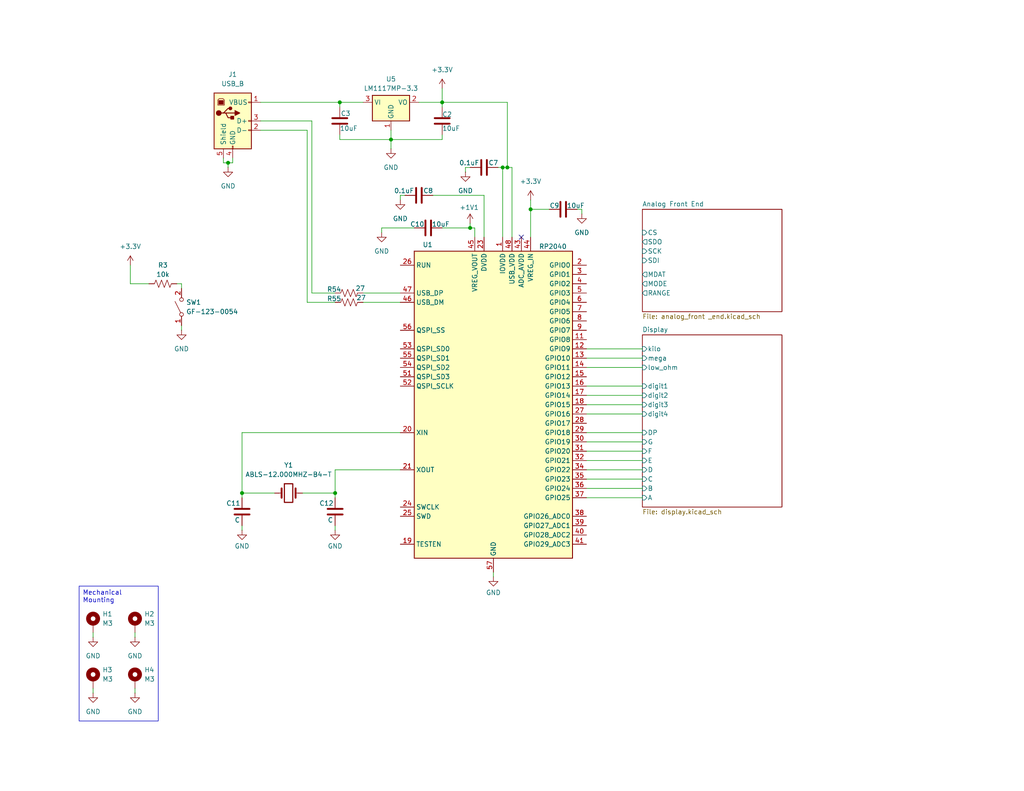
<source format=kicad_sch>
(kicad_sch (version 20231120) (generator "eeschema") (generator_version "8.0")
  (paper "USLetter")
  (title_block (title "Multimeter") (date "2024-03-03") (rev "2"))
  (lib_symbols
    (symbol "Connector:USB_B" (pin_names (offset 1.016))
      (property "Reference" "J" (at -5.08 11.43 0))
      (property "Value" "USB_B" (at -5.08 8.89 0))
      (symbol "USB_B_0_1"
        (rectangle (start -5.08 -7.62) (end 5.08 7.62) (stroke (width 0.254)) (fill (type background)))
        (circle (center -3.81 2.159) (radius 0.635) (stroke (width 0.254)) (fill (type outline)))
        (rectangle (start -3.81 5.588) (end -2.54 4.572) (fill (type outline)))
        (circle (center -0.635 3.429) (radius 0.381) (stroke (width 0.254)) (fill (type outline)))
        (rectangle (start -0.127 -7.62) (end 0.127 -6.858))
        (polyline (pts (xy -1.905 2.159) (xy 0.635 2.159)) (stroke (width 0.254)))
        (polyline (pts (xy -3.175 2.159) (xy -2.54 2.159) (xy -1.27 3.429) (xy -0.635 3.429)) (stroke (width 0.254)))
        (polyline (pts (xy -2.54 2.159) (xy -1.905 2.159) (xy -1.27 0.889) (xy 0 0.889)) (stroke (width 0.254)))
        (polyline (pts (xy 0.635 2.794) (xy 0.635 1.524) (xy 1.905 2.159) (xy 0.635 2.794)) (stroke (width 0.254)) (fill (type outline)))
        (polyline (pts (xy -4.064 4.318) (xy -2.286 4.318) (xy -2.286 5.715) (xy -2.667 6.096) (xy -3.683 6.096) (xy -4.064 5.715) (xy -4.064 4.318)))
        (rectangle (start 0.254 1.27) (end -0.508 0.508) (stroke (width 0.254)) (fill (type outline)))
        (rectangle (start 5.08 -2.667) (end 4.318 -2.413))
        (rectangle (start 5.08 -0.127) (end 4.318 0.127))
        (rectangle (start 5.08 4.953) (end 4.318 5.207))
      )
      (symbol "USB_B_1_1"
        (pin power_out line (at 7.62 5.08 180) (length 2.54) (name "VBUS") (number "1"))
        (pin bidirectional line (at 7.62 -2.54 180) (length 2.54) (name "D-") (number "2"))
        (pin bidirectional line (at 7.62 0 180) (length 2.54) (name "D+") (number "3"))
        (pin power_out line (at 0 -10.16 90) (length 2.54) (name "GND") (number "4"))
        (pin passive line (at -2.54 -10.16 90) (length 2.54) (name "Shield") (number "5"))
      )
    )
    (symbol "Device:C" (pin_numbers hide) (pin_names (offset 0.254))
      (property "Reference" "C" (at 0.635 2.54 0))
      (property "Value" "C" (at 0.635 -2.54 0))
      (symbol "C_0_1"
        (polyline (pts (xy -2.032 -0.762) (xy 2.032 -0.762)) (stroke (width 0.508)))
        (polyline (pts (xy -2.032 0.762) (xy 2.032 0.762)) (stroke (width 0.508)))
      )
      (symbol "C_1_1"
        (pin passive line (at 0 3.81 270) (length 2.794) (name "~") (number "1"))
        (pin passive line (at 0 -3.81 90) (length 2.794) (name "~") (number "2"))
      )
    )
    (symbol "Device:Crystal" (pin_numbers hide) (pin_names (offset 1.016) hide)
      (property "Reference" "Y" (at 0 3.81 0))
      (property "Value" "Crystal" (at 0 -3.81 0))
      (symbol "Crystal_0_1"
        (rectangle (start -1.143 2.54) (end 1.143 -2.54) (stroke (width 0.3048)))
        (polyline (pts (xy -2.54 0) (xy -1.905 0)))
        (polyline (pts (xy -1.905 -1.27) (xy -1.905 1.27)) (stroke (width 0.508)))
        (polyline (pts (xy 1.905 -1.27) (xy 1.905 1.27)) (stroke (width 0.508)))
        (polyline (pts (xy 2.54 0) (xy 1.905 0)))
      )
      (symbol "Crystal_1_1"
        (pin passive line (at -3.81 0 0) (length 1.27) (name "1") (number "1"))
        (pin passive line (at 3.81 0 180) (length 1.27) (name "2") (number "2"))
      )
    )
    (symbol "Device:R_US" (pin_numbers hide) (pin_names (offset 0))
      (property "Reference" "R" (at 2.54 0 90))
      (property "Value" "R_US" (at -2.54 0 90))
      (symbol "R_US_0_1"
        (polyline (pts (xy 0 -2.286) (xy 0 -2.54)))
        (polyline (pts (xy 0 2.286) (xy 0 2.54)))
        (polyline (pts (xy 0 -0.762) (xy 1.016 -1.143) (xy 0 -1.524) (xy -1.016 -1.905) (xy 0 -2.286)))
        (polyline (pts (xy 0 0.762) (xy 1.016 0.381) (xy 0 0) (xy -1.016 -0.381) (xy 0 -0.762)))
        (polyline (pts (xy 0 2.286) (xy 1.016 1.905) (xy 0 1.524) (xy -1.016 1.143) (xy 0 0.762)))
      )
      (symbol "R_US_1_1"
        (pin passive line (at 0 3.81 270) (length 1.27) (name "~") (number "1"))
        (pin passive line (at 0 -3.81 90) (length 1.27) (name "~") (number "2"))
      )
    )
    (symbol "MCU_RaspberryPi:RP2040"
      (property "Reference" "U" (at 17.78 45.72 0))
      (property "Value" "RP2040" (at 17.78 43.18 0))
      (symbol "RP2040_0_1"
        (rectangle (start -21.59 41.91) (end 21.59 -41.91) (stroke (width 0.254)) (fill (type background)))
      )
      (symbol "RP2040_1_1"
        (pin power_in line (at 2.54 45.72 270) (length 3.81) (name "IOVDD") (number "1"))
        (pin passive line (at 2.54 45.72 270) (length 3.81) hide (name "IOVDD") (number "10"))
        (pin bidirectional line (at 25.4 17.78 180) (length 3.81) (name "GPIO8") (number "11"))
        (pin bidirectional line (at 25.4 15.24 180) (length 3.81) (name "GPIO9") (number "12"))
        (pin bidirectional line (at 25.4 12.7 180) (length 3.81) (name "GPIO10") (number "13"))
        (pin bidirectional line (at 25.4 10.16 180) (length 3.81) (name "GPIO11") (number "14"))
        (pin bidirectional line (at 25.4 7.62 180) (length 3.81) (name "GPIO12") (number "15"))
        (pin bidirectional line (at 25.4 5.08 180) (length 3.81) (name "GPIO13") (number "16"))
        (pin bidirectional line (at 25.4 2.54 180) (length 3.81) (name "GPIO14") (number "17"))
        (pin bidirectional line (at 25.4 0 180) (length 3.81) (name "GPIO15") (number "18"))
        (pin input line (at -25.4 -38.1 0) (length 3.81) (name "TESTEN") (number "19"))
        (pin bidirectional line (at 25.4 38.1 180) (length 3.81) (name "GPIO0") (number "2"))
        (pin input line (at -25.4 -7.62 0) (length 3.81) (name "XIN") (number "20"))
        (pin passive line (at -25.4 -17.78 0) (length 3.81) (name "XOUT") (number "21"))
        (pin passive line (at 2.54 45.72 270) (length 3.81) hide (name "IOVDD") (number "22"))
        (pin power_in line (at -2.54 45.72 270) (length 3.81) (name "DVDD") (number "23"))
        (pin input line (at -25.4 -27.94 0) (length 3.81) (name "SWCLK") (number "24"))
        (pin bidirectional line (at -25.4 -30.48 0) (length 3.81) (name "SWD") (number "25"))
        (pin input line (at -25.4 38.1 0) (length 3.81) (name "RUN") (number "26"))
        (pin bidirectional line (at 25.4 -2.54 180) (length 3.81) (name "GPIO16") (number "27"))
        (pin bidirectional line (at 25.4 -5.08 180) (length 3.81) (name "GPIO17") (number "28"))
        (pin bidirectional line (at 25.4 -7.62 180) (length 3.81) (name "GPIO18") (number "29"))
        (pin bidirectional line (at 25.4 35.56 180) (length 3.81) (name "GPIO1") (number "3"))
        (pin bidirectional line (at 25.4 -10.16 180) (length 3.81) (name "GPIO19") (number "30"))
        (pin bidirectional line (at 25.4 -12.7 180) (length 3.81) (name "GPIO20") (number "31"))
        (pin bidirectional line (at 25.4 -15.24 180) (length 3.81) (name "GPIO21") (number "32"))
        (pin passive line (at 2.54 45.72 270) (length 3.81) hide (name "IOVDD") (number "33"))
        (pin bidirectional line (at 25.4 -17.78 180) (length 3.81) (name "GPIO22") (number "34"))
        (pin bidirectional line (at 25.4 -20.32 180) (length 3.81) (name "GPIO23") (number "35"))
        (pin bidirectional line (at 25.4 -22.86 180) (length 3.81) (name "GPIO24") (number "36"))
        (pin bidirectional line (at 25.4 -25.4 180) (length 3.81) (name "GPIO25") (number "37"))
        (pin bidirectional line (at 25.4 -30.48 180) (length 3.81) (name "GPIO26_ADC0") (number "38"))
        (pin bidirectional line (at 25.4 -33.02 180) (length 3.81) (name "GPIO27_ADC1") (number "39"))
        (pin bidirectional line (at 25.4 33.02 180) (length 3.81) (name "GPIO2") (number "4"))
        (pin bidirectional line (at 25.4 -35.56 180) (length 3.81) (name "GPIO28_ADC2") (number "40"))
        (pin bidirectional line (at 25.4 -38.1 180) (length 3.81) (name "GPIO29_ADC3") (number "41"))
        (pin passive line (at 2.54 45.72 270) (length 3.81) hide (name "IOVDD") (number "42"))
        (pin power_in line (at 7.62 45.72 270) (length 3.81) (name "ADC_AVDD") (number "43"))
        (pin power_in line (at 10.16 45.72 270) (length 3.81) (name "VREG_IN") (number "44"))
        (pin power_out line (at -5.08 45.72 270) (length 3.81) (name "VREG_VOUT") (number "45"))
        (pin bidirectional line (at -25.4 27.94 0) (length 3.81) (name "USB_DM") (number "46"))
        (pin bidirectional line (at -25.4 30.48 0) (length 3.81) (name "USB_DP") (number "47"))
        (pin power_in line (at 5.08 45.72 270) (length 3.81) (name "USB_VDD") (number "48"))
        (pin passive line (at 2.54 45.72 270) (length 3.81) hide (name "IOVDD") (number "49"))
        (pin bidirectional line (at 25.4 30.48 180) (length 3.81) (name "GPIO3") (number "5"))
        (pin passive line (at -2.54 45.72 270) (length 3.81) hide (name "DVDD") (number "50"))
        (pin bidirectional line (at -25.4 7.62 0) (length 3.81) (name "QSPI_SD3") (number "51"))
        (pin output line (at -25.4 5.08 0) (length 3.81) (name "QSPI_SCLK") (number "52"))
        (pin bidirectional line (at -25.4 15.24 0) (length 3.81) (name "QSPI_SD0") (number "53"))
        (pin bidirectional line (at -25.4 10.16 0) (length 3.81) (name "QSPI_SD2") (number "54"))
        (pin bidirectional line (at -25.4 12.7 0) (length 3.81) (name "QSPI_SD1") (number "55"))
        (pin bidirectional line (at -25.4 20.32 0) (length 3.81) (name "QSPI_SS") (number "56"))
        (pin power_in line (at 0 -45.72 90) (length 3.81) (name "GND") (number "57"))
        (pin bidirectional line (at 25.4 27.94 180) (length 3.81) (name "GPIO4") (number "6"))
        (pin bidirectional line (at 25.4 25.4 180) (length 3.81) (name "GPIO5") (number "7"))
        (pin bidirectional line (at 25.4 22.86 180) (length 3.81) (name "GPIO6") (number "8"))
        (pin bidirectional line (at 25.4 20.32 180) (length 3.81) (name "GPIO7") (number "9"))
      )
    )
    (symbol "Mechanical:MountingHole_Pad" (pin_numbers hide) (pin_names (offset 1.016) hide)
      (property "Reference" "H" (at 0 6.35 0))
      (property "Value" "MountingHole_Pad" (at 0 4.445 0))
      (symbol "MountingHole_Pad_0_1"
        (circle (center 0 1.27) (radius 1.27) (stroke (width 1.27)))
      )
      (symbol "MountingHole_Pad_1_1"
        (pin input line (at 0 -2.54 90) (length 2.54) (name "1") (number "1"))
      )
    )
    (symbol "Regulator_Linear:LM1117MP-3.3"
      (property "Reference" "U" (at -3.81 3.175 0))
      (property "Value" "LM1117MP-3.3" (at 0 3.175 0))
      (symbol "LM1117MP-3.3_0_1"
        (rectangle (start -5.08 -5.08) (end 5.08 1.905) (stroke (width 0.254)) (fill (type background)))
      )
      (symbol "LM1117MP-3.3_1_1"
        (pin power_in line (at 0 -7.62 90) (length 2.54) (name "GND") (number "1"))
        (pin power_out line (at 7.62 0 180) (length 2.54) (name "VO") (number "2"))
        (pin power_in line (at -7.62 0 0) (length 2.54) (name "VI") (number "3"))
      )
    )
    (symbol "Switch:SW_SPST" (pin_names (offset 0) hide)
      (property "Reference" "SW" (at 0 3.175 0))
      (property "Value" "SW_SPST" (at 0 -2.54 0))
      (symbol "SW_SPST_0_0"
        (circle (center -2.032 0) (radius 0.508))
        (polyline (pts (xy -1.524 0.254) (xy 1.524 1.778)))
        (circle (center 2.032 0) (radius 0.508))
      )
      (symbol "SW_SPST_1_1"
        (pin passive line (at -5.08 0 0) (length 2.54) (name "A") (number "1"))
        (pin passive line (at 5.08 0 180) (length 2.54) (name "B") (number "2"))
      )
    )
    (symbol "power:+1V1" (power) (pin_numbers hide) (pin_names (offset 0) hide)
      (property "Value" "+1V1" (at 0 3.556 0))
      (symbol "+1V1_0_1"
        (polyline (pts (xy -0.762 1.27) (xy 0 2.54)))
        (polyline (pts (xy 0 0) (xy 0 2.54)))
        (polyline (pts (xy 0 2.54) (xy 0.762 1.27)))
      )
      (symbol "+1V1_1_1"
        (pin power_in line (at 0 0 90) (length 0) (name "~") (number "1"))
      )
    )
    (symbol "power:+3.3V" (power) (pin_numbers hide) (pin_names (offset 0) hide)
      (property "Value" "+3.3V" (at 0 3.556 0))
      (symbol "+3.3V_0_1"
        (polyline (pts (xy -0.762 1.27) (xy 0 2.54)))
        (polyline (pts (xy 0 0) (xy 0 2.54)))
        (polyline (pts (xy 0 2.54) (xy 0.762 1.27)))
      )
      (symbol "+3.3V_1_1"
        (pin power_in line (at 0 0 90) (length 0) (name "~") (number "1"))
      )
    )
    (symbol "power:GND" (power) (pin_numbers hide) (pin_names (offset 0) hide)
      (property "Value" "GND" (at 0 -3.81 0))
      (symbol "GND_0_1"
        (polyline (pts (xy 0 0) (xy 0 -1.27) (xy 1.27 -1.27) (xy 0 -2.54) (xy -1.27 -1.27) (xy 0 -1.27)))
      )
      (symbol "GND_1_1"
        (pin power_in line (at 0 0 270) (length 0) (name "~") (number "1"))
      )
    )
  )
  (junction (at 144.78 57.15))
  (junction (at 137.16 45.72))
  (junction (at 128.27 62.23))
  (junction (at 120.65 27.94))
  (junction (at 66.04 134.62))
  (junction (at 62.23 44.45))
  (junction (at 106.68 38.1))
  (junction (at 138.43 45.72))
  (junction (at 92.71 27.94))
  (junction (at 91.44 134.62))
  (no_connect (at 142.24 64.77))
  (wire (pts (xy 132.08 53.34) (xy 132.08 64.77)))
  (wire (pts (xy 106.68 35.56) (xy 106.68 38.1)))
  (wire (pts (xy 106.68 38.1) (xy 106.68 40.64)))
  (wire (pts (xy 129.54 62.23) (xy 128.27 62.23)))
  (wire (pts (xy 35.56 72.39) (xy 35.56 77.47)))
  (wire (pts (xy 128.27 62.23) (xy 120.65 62.23)))
  (wire (pts (xy 120.65 38.1) (xy 120.65 36.83)))
  (wire (pts (xy 49.53 88.9) (xy 49.53 90.17)))
  (wire (pts (xy 36.83 172.72) (xy 36.83 173.99)))
  (wire (pts (xy 129.54 62.23) (xy 129.54 64.77)))
  (wire (pts (xy 128.27 45.72) (xy 127 45.72)))
  (wire (pts (xy 25.4 187.96) (xy 25.4 189.23)))
  (wire (pts (xy 144.78 54.61) (xy 144.78 57.15)))
  (wire (pts (xy 91.44 143.51) (xy 91.44 144.78)))
  (wire (pts (xy 160.02 118.11) (xy 175.26 118.11)))
  (wire (pts (xy 137.16 45.72) (xy 137.16 64.77)))
  (wire (pts (xy 134.62 156.21) (xy 134.62 157.48)))
  (wire (pts (xy 109.22 54.61) (xy 109.22 53.34)))
  (wire (pts (xy 127 45.72) (xy 127 46.99)))
  (wire (pts (xy 160.02 105.41) (xy 175.26 105.41)))
  (wire (pts (xy 49.53 77.47) (xy 49.53 78.74)))
  (wire (pts (xy 160.02 113.03) (xy 175.26 113.03)))
  (wire (pts (xy 160.02 135.89) (xy 175.26 135.89)))
  (wire (pts (xy 62.23 44.45) (xy 62.23 45.72)))
  (wire (pts (xy 160.02 123.19) (xy 175.26 123.19)))
  (wire (pts (xy 85.09 33.02) (xy 85.09 80.01)))
  (wire (pts (xy 99.06 80.01) (xy 109.22 80.01)))
  (wire (pts (xy 137.16 45.72) (xy 138.43 45.72)))
  (wire (pts (xy 66.04 143.51) (xy 66.04 144.78)))
  (wire (pts (xy 128.27 60.96) (xy 128.27 62.23)))
  (wire (pts (xy 160.02 133.35) (xy 175.26 133.35)))
  (wire (pts (xy 91.44 128.27) (xy 91.44 134.62)))
  (wire (pts (xy 135.89 45.72) (xy 137.16 45.72)))
  (wire (pts (xy 120.65 27.94) (xy 120.65 29.21)))
  (wire (pts (xy 160.02 128.27) (xy 175.26 128.27)))
  (wire (pts (xy 92.71 27.94) (xy 99.06 27.94)))
  (wire (pts (xy 160.02 110.49) (xy 175.26 110.49)))
  (wire (pts (xy 83.82 82.55) (xy 83.82 35.56)))
  (wire (pts (xy 113.03 62.23) (xy 104.14 62.23)))
  (wire (pts (xy 144.78 57.15) (xy 144.78 64.77)))
  (wire (pts (xy 85.09 80.01) (xy 91.44 80.01)))
  (wire (pts (xy 118.11 53.34) (xy 132.08 53.34)))
  (wire (pts (xy 144.78 57.15) (xy 149.86 57.15)))
  (wire (pts (xy 99.06 82.55) (xy 109.22 82.55)))
  (wire (pts (xy 160.02 107.95) (xy 175.26 107.95)))
  (wire (pts (xy 66.04 134.62) (xy 66.04 135.89)))
  (wire (pts (xy 160.02 95.25) (xy 175.26 95.25)))
  (wire (pts (xy 35.56 77.47) (xy 40.64 77.47)))
  (wire (pts (xy 60.96 44.45) (xy 62.23 44.45)))
  (wire (pts (xy 139.7 45.72) (xy 139.7 64.77)))
  (wire (pts (xy 92.71 29.21) (xy 92.71 27.94)))
  (wire (pts (xy 82.55 134.62) (xy 91.44 134.62)))
  (wire (pts (xy 48.26 77.47) (xy 49.53 77.47)))
  (wire (pts (xy 66.04 118.11) (xy 109.22 118.11)))
  (wire (pts (xy 106.68 38.1) (xy 120.65 38.1)))
  (wire (pts (xy 60.96 43.18) (xy 60.96 44.45)))
  (wire (pts (xy 138.43 45.72) (xy 139.7 45.72)))
  (wire (pts (xy 160.02 120.65) (xy 175.26 120.65)))
  (wire (pts (xy 160.02 100.33) (xy 175.26 100.33)))
  (wire (pts (xy 71.12 33.02) (xy 85.09 33.02)))
  (wire (pts (xy 138.43 27.94) (xy 120.65 27.94)))
  (wire (pts (xy 83.82 35.56) (xy 71.12 35.56)))
  (wire (pts (xy 160.02 125.73) (xy 175.26 125.73)))
  (wire (pts (xy 114.3 27.94) (xy 120.65 27.94)))
  (wire (pts (xy 74.93 134.62) (xy 66.04 134.62)))
  (wire (pts (xy 91.44 134.62) (xy 91.44 135.89)))
  (wire (pts (xy 36.83 187.96) (xy 36.83 189.23)))
  (wire (pts (xy 120.65 24.13) (xy 120.65 27.94)))
  (wire (pts (xy 71.12 27.94) (xy 92.71 27.94)))
  (wire (pts (xy 25.4 172.72) (xy 25.4 173.99)))
  (wire (pts (xy 109.22 53.34) (xy 110.49 53.34)))
  (wire (pts (xy 66.04 134.62) (xy 66.04 118.11)))
  (wire (pts (xy 109.22 128.27) (xy 91.44 128.27)))
  (wire (pts (xy 160.02 97.79) (xy 175.26 97.79)))
  (wire (pts (xy 63.5 43.18) (xy 63.5 44.45)))
  (wire (pts (xy 158.75 57.15) (xy 158.75 58.42)))
  (wire (pts (xy 92.71 38.1) (xy 106.68 38.1)))
  (wire (pts (xy 160.02 130.81) (xy 175.26 130.81)))
  (wire (pts (xy 138.43 45.72) (xy 138.43 27.94)))
  (wire (pts (xy 91.44 82.55) (xy 83.82 82.55)))
  (wire (pts (xy 104.14 62.23) (xy 104.14 63.5)))
  (wire (pts (xy 62.23 44.45) (xy 63.5 44.45)))
  (wire (pts (xy 157.48 57.15) (xy 158.75 57.15)))
  (wire (pts (xy 92.71 36.83) (xy 92.71 38.1)))
  (text_box "Mechanical Mounting" (at 21.59 160.02 0) (size 21.59 36.83) (effects (font (size 1.27 1.27)) (justify left top)))
  (symbol (lib_id "MCU_RaspberryPi:RP2040") (at 134.62 110.49 0) (unit 1)
    (property "Reference" "U1" (at 115.316 66.802 0) (effects (justify left)))
    (property "Value" "RP2040" (at 147.066 67.31 0) (effects (justify left)))
    (property "Footprint" "Package_DFN_QFN:QFN-56-1EP_7x7mm_P0.4mm_EP3.2x3.2mm" (effects (hide yes)))
    (property "Datasheet" "https://datasheets.raspberrypi.com/rp2040/rp2040-datasheet.pdf" (effects (hide yes)))
    (property "Description" "A microcontroller by Raspberry Pi" (effects (hide yes)))
  )
  (symbol (lib_id "Mechanical:MountingHole_Pad") (at 36.83 170.18 0) (unit 1)
    (property "Reference" "H2" (at 39.37 167.64 0) (effects (justify left)))
    (property "Value" "M3" (at 39.37 170.18 0) (effects (justify left)))
    (property "Footprint" "MountingHole:MountingHole_2.7mm_Pad_Via" (effects (hide yes)))
    (property "Description" "Mounting Hole with connection" (effects (hide yes)))
  )
  (symbol (lib_id "power:GND") (at 106.68 40.64 0) (unit 1)
    (property "Reference" "#PWR05" (effects (hide yes)))
    (property "Value" "GND" (at 106.68 45.72 0))
    (property "Description" "Power symbol creates a global label with name \"GND\" , ground" (effects (hide yes)))
  )
  (symbol (lib_id "power:+3.3V") (at 35.56 72.39 0) (unit 1)
    (property "Reference" "#PWR043" (effects (hide yes)))
    (property "Value" "+3.3V" (at 35.56 67.31 0))
    (property "Description" "Power symbol creates a global label with name \"+3.3V\"" (effects (hide yes)))
  )
  (symbol (lib_id "Device:C") (at 153.67 57.15 90) (unit 1)
    (property "Reference" "C9" (at 152.654 56.134 90) (effects (justify left)))
    (property "Value" "10uF" (at 159.512 56.134 90) (effects (justify left)))
    (property "Description" "Unpolarized capacitor" (effects (hide yes)))
  )
  (symbol (lib_id "power:GND") (at 36.83 173.99 0) (unit 1)
    (property "Reference" "#PWR014" (effects (hide yes)))
    (property "Value" "GND" (at 36.83 179.07 0))
    (property "Description" "Power symbol creates a global label with name \"GND\" , ground" (effects (hide yes)))
  )
  (symbol (lib_id "Device:C") (at 92.71 33.02 0) (unit 1)
    (property "Reference" "C3" (at 92.964 30.988 0) (effects (justify left)))
    (property "Value" "10uF" (at 92.71 35.052 0) (effects (justify left)))
    (property "Description" "Unpolarized capacitor" (effects (hide yes)))
  )
  (symbol (lib_id "power:GND") (at 62.23 45.72 0) (unit 1)
    (property "Reference" "#PWR04" (effects (hide yes)))
    (property "Value" "GND" (at 62.23 50.8 0))
    (property "Description" "Power symbol creates a global label with name \"GND\" , ground" (effects (hide yes)))
  )
  (symbol (lib_id "Device:R_US") (at 95.25 82.55 90) (unit 1)
    (property "Reference" "R55" (at 91.186 81.534 90))
    (property "Value" "27" (at 98.552 81.28 90))
    (property "Description" "Resistor, US symbol" (effects (hide yes)))
  )
  (symbol (lib_id "Device:C") (at 66.04 139.7 0) (unit 1)
    (property "Reference" "C11" (at 61.722 137.414 0) (effects (justify left)))
    (property "Value" "C" (at 64.008 141.986 0) (effects (justify left)))
    (property "Description" "Unpolarized capacitor" (effects (hide yes)))
  )
  (symbol (lib_id "power:+3.3V") (at 144.78 54.61 0) (unit 1)
    (property "Reference" "#PWR044" (effects (hide yes)))
    (property "Value" "+3.3V" (at 144.78 49.53 0))
    (property "Description" "Power symbol creates a global label with name \"+3.3V\"" (effects (hide yes)))
  )
  (symbol (lib_id "Device:C") (at 116.84 62.23 90) (unit 1)
    (property "Reference" "C10" (at 115.824 61.214 90) (effects (justify left)))
    (property "Value" "10uF" (at 122.682 61.214 90) (effects (justify left)))
    (property "Description" "Unpolarized capacitor" (effects (hide yes)))
  )
  (symbol (lib_id "Device:C") (at 120.65 33.02 0) (unit 1)
    (property "Reference" "C2" (at 120.65 31.242 0) (effects (justify left)))
    (property "Value" "10uF" (at 120.65 35.052 0) (effects (justify left)))
    (property "Description" "Unpolarized capacitor" (effects (hide yes)))
  )
  (symbol (lib_id "power:GND") (at 134.62 157.48 0) (unit 1)
    (property "Reference" "#PWR03" (effects (hide yes)))
    (property "Value" "GND" (at 134.62 161.798 0))
    (property "Description" "Power symbol creates a global label with name \"GND\" , ground" (effects (hide yes)))
  )
  (symbol (lib_id "Regulator_Linear:LM1117MP-3.3") (at 106.68 27.94 0) (unit 1)
    (property "Reference" "U5" (at 106.68 21.59 0))
    (property "Value" "LM1117MP-3.3" (at 106.68 24.13 0))
    (property "Footprint" "Package_TO_SOT_SMD:SOT-223-3_TabPin2" (effects (hide yes)))
    (property "Datasheet" "http://www.ti.com/lit/ds/symlink/lm1117.pdf" (effects (hide yes)))
    (property "Description" "800mA Low-Dropout Linear Regulator, 3.3V fixed output, SOT-223" (effects (hide yes)))
  )
  (symbol (lib_id "Device:R_US") (at 95.25 80.01 90) (unit 1)
    (property "Reference" "R54" (at 91.186 78.994 90))
    (property "Value" "27" (at 98.298 78.74 90))
    (property "Description" "Resistor, US symbol" (effects (hide yes)))
  )
  (symbol (lib_id "power:GND") (at 36.83 189.23 0) (unit 1)
    (property "Reference" "#PWR038" (effects (hide yes)))
    (property "Value" "GND" (at 36.83 194.31 0))
    (property "Description" "Power symbol creates a global label with name \"GND\" , ground" (effects (hide yes)))
  )
  (symbol (lib_id "Mechanical:MountingHole_Pad") (at 36.83 185.42 0) (unit 1)
    (property "Reference" "H4" (at 39.37 182.88 0) (effects (justify left)))
    (property "Value" "M3" (at 39.37 185.42 0) (effects (justify left)))
    (property "Footprint" "MountingHole:MountingHole_2.7mm_Pad_Via" (effects (hide yes)))
    (property "Description" "Mounting Hole with connection" (effects (hide yes)))
  )
  (symbol (lib_id "Device:C") (at 114.3 53.34 90) (unit 1)
    (property "Reference" "C8" (at 116.84 52.07 90))
    (property "Value" "0.1uF" (at 110.236 52.07 90))
    (property "Description" "Unpolarized capacitor" (effects (hide yes)))
  )
  (symbol (lib_id "power:GND") (at 91.44 144.78 0) (unit 1)
    (property "Reference" "#PWR049" (effects (hide yes)))
    (property "Value" "GND" (at 91.44 149.098 0))
    (property "Description" "Power symbol creates a global label with name \"GND\" , ground" (effects (hide yes)))
  )
  (symbol (lib_id "power:GND") (at 49.53 90.17 0) (unit 1)
    (property "Reference" "#PWR042" (effects (hide yes)))
    (property "Value" "GND" (at 49.53 95.25 0))
    (property "Description" "Power symbol creates a global label with name \"GND\" , ground" (effects (hide yes)))
  )
  (symbol (lib_id "power:GND") (at 66.04 144.78 0) (unit 1)
    (property "Reference" "#PWR048" (effects (hide yes)))
    (property "Value" "GND" (at 66.04 149.098 0))
    (property "Description" "Power symbol creates a global label with name \"GND\" , ground" (effects (hide yes)))
  )
  (symbol (lib_id "Mechanical:MountingHole_Pad") (at 25.4 170.18 0) (unit 1)
    (property "Reference" "H1" (at 27.94 167.64 0) (effects (justify left)))
    (property "Value" "M3" (at 27.94 170.18 0) (effects (justify left)))
    (property "Footprint" "MountingHole:MountingHole_2.7mm_Pad_Via" (effects (hide yes)))
    (property "Description" "Mounting Hole with connection" (effects (hide yes)))
  )
  (symbol (lib_id "power:GND") (at 25.4 173.99 0) (unit 1)
    (property "Reference" "#PWR013" (effects (hide yes)))
    (property "Value" "GND" (at 25.4 179.07 0))
    (property "Description" "Power symbol creates a global label with name \"GND\" , ground" (effects (hide yes)))
  )
  (symbol (lib_id "power:GND") (at 104.14 63.5 0) (unit 1)
    (property "Reference" "#PWR046" (effects (hide yes)))
    (property "Value" "GND" (at 104.14 68.58 0))
    (property "Description" "Power symbol creates a global label with name \"GND\" , ground" (effects (hide yes)))
  )
  (symbol (lib_id "power:GND") (at 25.4 189.23 0) (unit 1)
    (property "Reference" "#PWR015" (effects (hide yes)))
    (property "Value" "GND" (at 25.4 194.31 0))
    (property "Description" "Power symbol creates a global label with name \"GND\" , ground" (effects (hide yes)))
  )
  (symbol (lib_id "Device:C") (at 91.44 139.7 0) (unit 1)
    (property "Reference" "C12" (at 87.122 137.414 0) (effects (justify left)))
    (property "Value" "C" (at 89.408 141.986 0) (effects (justify left)))
    (property "Description" "Unpolarized capacitor" (effects (hide yes)))
  )
  (symbol (lib_id "power:GND") (at 109.22 54.61 0) (unit 1)
    (property "Reference" "#PWR030" (effects (hide yes)))
    (property "Value" "GND" (at 109.22 59.69 0))
    (property "Description" "Power symbol creates a global label with name \"GND\" , ground" (effects (hide yes)))
  )
  (symbol (lib_id "power:GND") (at 127 46.99 0) (unit 1)
    (property "Reference" "#PWR028" (effects (hide yes)))
    (property "Value" "GND" (at 127 52.07 0))
    (property "Description" "Power symbol creates a global label with name \"GND\" , ground" (effects (hide yes)))
  )
  (symbol (lib_id "Mechanical:MountingHole_Pad") (at 25.4 185.42 0) (unit 1)
    (property "Reference" "H3" (at 27.94 182.88 0) (effects (justify left)))
    (property "Value" "M3" (at 27.94 185.42 0) (effects (justify left)))
    (property "Footprint" "MountingHole:MountingHole_2.7mm_Pad_Via" (effects (hide yes)))
    (property "Description" "Mounting Hole with connection" (effects (hide yes)))
  )
  (symbol (lib_id "Device:C") (at 132.08 45.72 90) (unit 1)
    (property "Reference" "C7" (at 134.62 44.45 90))
    (property "Value" "0.1uF" (at 128.016 44.45 90))
    (property "Description" "Unpolarized capacitor" (effects (hide yes)))
  )
  (symbol (lib_id "power:+1V1") (at 128.27 60.96 0) (unit 1)
    (property "Reference" "#PWR047" (effects (hide yes)))
    (property "Value" "+1V1" (at 128.016 56.642 0))
    (property "Description" "Power symbol creates a global label with name \"+1V1\"" (effects (hide yes)))
  )
  (symbol (lib_id "power:+3.3V") (at 120.65 24.13 0) (unit 1)
    (property "Reference" "#PWR010" (effects (hide yes)))
    (property "Value" "+3.3V" (at 120.65 19.05 0))
    (property "Description" "Power symbol creates a global label with name \"+3.3V\"" (effects (hide yes)))
  )
  (symbol (lib_id "power:GND") (at 158.75 58.42 0) (unit 1)
    (property "Reference" "#PWR045" (effects (hide yes)))
    (property "Value" "GND" (at 158.75 63.5 0))
    (property "Description" "Power symbol creates a global label with name \"GND\" , ground" (effects (hide yes)))
  )
  (symbol (lib_id "Device:Crystal") (at 78.74 134.62 0) (unit 1)
    (property "Reference" "Y1" (at 78.74 127 0))
    (property "Value" "ABLS-12.000MHZ-B4-T" (at 78.74 129.54 0))
    (property "Description" "Two pin crystal" (effects (hide yes)))
  )
  (symbol (lib_id "Switch:SW_SPST") (at 49.53 83.82 90) (unit 1)
    (property "Reference" "SW1" (at 50.8 82.5499 90) (effects (justify right)))
    (property "Value" "GF-123-0054" (at 50.8 85.0899 90) (effects (justify right)))
    (property "Footprint" "Multimeter:SW_GF-123-0054" (effects (hide yes)))
    (property "Description" "Single Pole Single Throw (SPST) switch" (effects (hide yes)))
    (property "Digikey Part #" "CWI333-ND" (effects (hide yes)))
    (property "Part #" "GF-123-0054" (effects (hide yes)))
    (property "Unit Price" "1.5" (effects (hide yes)))
  )
  (symbol (lib_id "Connector:USB_B") (at 63.5 33.02 0) (unit 1)
    (property "Reference" "J1" (at 63.5 20.32 0))
    (property "Value" "USB_B" (at 63.5 22.86 0))
    (property "Description" "USB Type B connector" (effects (hide yes)))
  )
  (symbol (lib_id "Device:R_US") (at 44.45 77.47 90) (unit 1)
    (property "Reference" "R3" (at 44.45 72.39 90))
    (property "Value" "10k" (at 44.45 74.93 90))
    (property "Footprint" "Capacitor_SMD:C_0805_2012Metric_Pad1.18x1.45mm_HandSolder" (effects (hide yes)))
    (property "Description" "Resistor, US symbol" (effects (hide yes)))
    (property "Digikey Part #" "RMCF0805FT10K0CT-ND" (effects (hide yes)))
    (property "Part #" "RMCF0805FT10K0" (effects (hide yes)))
    (property "Unit Price" "0.1" (effects (hide yes)))
  )
  (sheet (at 175.26 57.15) (size 38.1 27.94) (stroke (width 0.1524))
    (property "Sheetname" "Analog Front End" (at 175.26 56.4384 0) (effects (justify left bottom)))
    (property "Sheetfile" "analog_front _end.kicad_sch" (at 175.26 85.6746 0) (effects (justify left top)))
    (pin "SDI" input (at 175.26 71.12 180))
    (pin "SDO" output (at 175.26 66.04 180))
    (pin "SCK" input (at 175.26 68.58 180))
    (pin "CS" input (at 175.26 63.5 180))
    (pin "MDAT" output (at 175.26 74.93 180))
    (pin "MODE" output (at 175.26 77.47 180))
    (pin "RANGE" output (at 175.26 80.01 180))
  )
  (sheet (at 175.26 91.44) (size 38.1 46.99) (stroke (width 0.1524))
    (property "Sheetname" "Display" (at 175.26 90.7284 0) (effects (justify left bottom)))
    (property "Sheetfile" "display.kicad_sch" (at 175.26 139.0146 0) (effects (justify left top)))
    (pin "digit2" input (at 175.26 107.95 180))
    (pin "digit1" input (at 175.26 105.41 180))
    (pin "digit3" input (at 175.26 110.49 180))
    (pin "digit4" input (at 175.26 113.03 180))
    (pin "low_ohm" input (at 175.26 100.33 180))
    (pin "DP" input (at 175.26 118.11 180))
    (pin "F" input (at 175.26 123.19 180))
    (pin "G" input (at 175.26 120.65 180))
    (pin "E" input (at 175.26 125.73 180))
    (pin "A" input (at 175.26 135.89 180))
    (pin "B" input (at 175.26 133.35 180))
    (pin "D" input (at 175.26 128.27 180))
    (pin "C" input (at 175.26 130.81 180))
    (pin "kilo" input (at 175.26 95.25 180))
    (pin "mega" input (at 175.26 97.79 180))
  )
)
</source>
